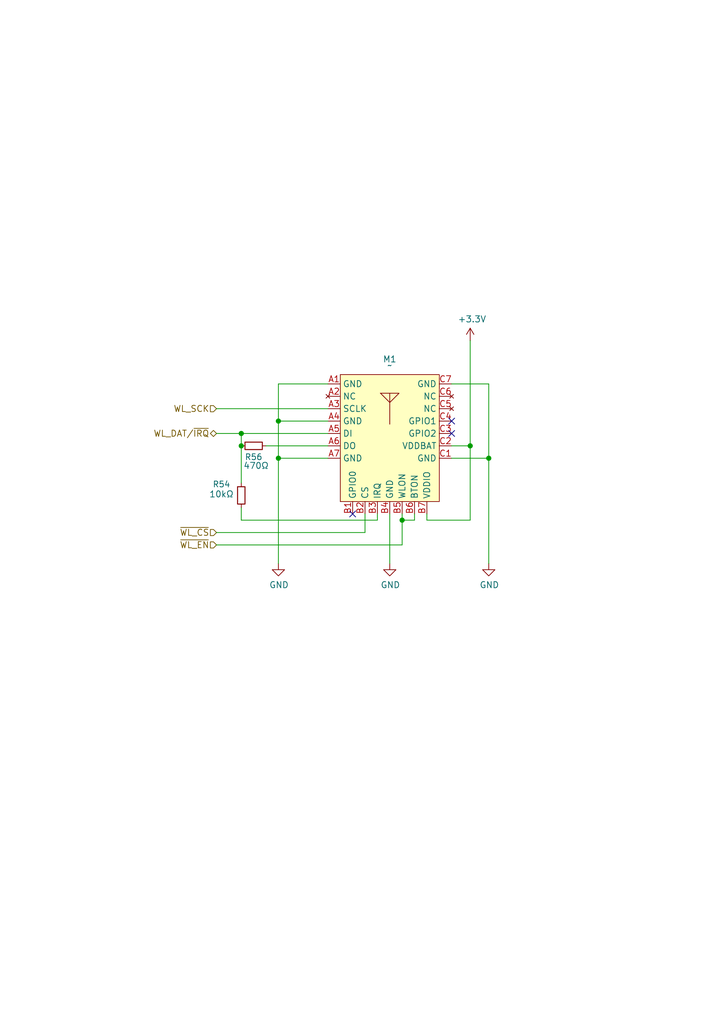
<source format=kicad_sch>
(kicad_sch (version 20250114) (generator "eeschema") (generator_version "9.0")
  (paper "A5" portrait)
  (title_block (date "2026-02-01") (rev "2.0") (comment 1 "Drawn by George R. M."))
  (lib_symbols
    (symbol "Device:R_Small" (pin_numbers (hide yes)) (pin_names (offset 0.254) (hide yes))
      (property "Reference" "R" (at 0 0 90))
      (property "Value" "R_Small" (at 1.778 0 90))
      (symbol "R_Small_0_1"
        (rectangle (start -0.762 1.778) (end 0.762 -1.778) (stroke (width 0.2032)))
      )
      (symbol "R_Small_1_1"
        (pin passive line (at 0 2.54 270) (length 0.762) (name "~") (number "1"))
        (pin passive line (at 0 -2.54 90) (length 0.762) (name "~") (number "2"))
      )
    )
    (symbol "GBSCSI:RPi_RM2"
      (property "Reference" "M" (at 0 22.86 0))
      (property "Value" "~" (at 0 21.59 0))
      (symbol "RPi_RM2_0_0"
        (pin power_in line (at -12.7 17.78 0) (length 2.54) (name "GND") (number "A1"))
        (pin no_connect line (at -12.7 15.24 0) (length 2.54) (name "NC") (number "A2"))
        (pin input line (at -12.7 12.7 0) (length 2.54) (name "SCLK") (number "A3"))
        (pin power_in line (at -12.7 10.16 0) (length 2.54) (name "GND") (number "A4"))
        (pin input line (at -12.7 7.62 0) (length 2.54) (name "DI") (number "A5"))
        (pin output line (at -12.7 5.08 0) (length 2.54) (name "DO") (number "A6"))
        (pin power_in line (at -12.7 2.54 0) (length 2.54) (name "GND") (number "A7"))
        (pin bidirectional line (at -7.62 -8.89 90) (length 2.54) (name "GPIO0") (number "B1"))
        (pin input line (at -5.08 -8.89 90) (length 2.54) (name "CS") (number "B2"))
        (pin output line (at -2.54 -8.89 90) (length 2.54) (name "IRQ") (number "B3"))
        (pin power_in line (at 0 -8.89 90) (length 2.54) (name "GND") (number "B4"))
        (pin input line (at 2.54 -8.89 90) (length 2.54) (name "WLON") (number "B5"))
        (pin input line (at 5.08 -8.89 90) (length 2.54) (name "BTON") (number "B6"))
        (pin power_in line (at 7.62 -8.89 90) (length 2.54) (name "VDDIO") (number "B7"))
        (pin power_in line (at 12.7 17.78 180) (length 2.54) (name "GND") (number "C7"))
        (pin no_connect line (at 12.7 15.24 180) (length 2.54) (name "NC") (number "C6"))
        (pin no_connect line (at 12.7 12.7 180) (length 2.54) (name "NC") (number "C5"))
        (pin bidirectional line (at 12.7 10.16 180) (length 2.54) (name "GPIO1") (number "C4"))
        (pin bidirectional line (at 12.7 7.62 180) (length 2.54) (name "GPIO2") (number "C3"))
        (pin power_in line (at 12.7 5.08 180) (length 2.54) (name "VDDBAT") (number "C2"))
        (pin power_in line (at 12.7 2.54 180) (length 2.54) (name "GND") (number "C1"))
      )
      (symbol "RPi_RM2_1_1"
        (rectangle (start -10.16 19.685) (end 10.16 -6.35) (fill (type background)))
        (polyline (pts (xy -1.905 15.875) (xy 1.905 15.875) (xy 0 13.97) (xy -1.905 15.875)))
        (polyline (pts (xy 0 9.525) (xy 0 15.875)))
      )
    )
    (symbol "power:+3V3" (power) (pin_numbers (hide yes)) (pin_names (offset 0) (hide yes))
      (property "Value" "+3V3" (at 0 3.556 0))
      (symbol "+3V3_0_1"
        (polyline (pts (xy -0.762 1.27) (xy 0 2.54)))
        (polyline (pts (xy 0 2.54) (xy 0.762 1.27)))
        (polyline (pts (xy 0 0) (xy 0 2.54)))
      )
      (symbol "+3V3_1_1"
        (pin power_in line (at 0 0 90) (length 0) (name "~") (number "1"))
      )
    )
    (symbol "power:GND" (power) (pin_numbers (hide yes)) (pin_names (offset 0) (hide yes))
      (property "Value" "GND" (at 0 -3.81 0))
      (symbol "GND_0_1"
        (polyline (pts (xy 0 0) (xy 0 -1.27) (xy 1.27 -1.27) (xy 0 -2.54) (xy -1.27 -1.27) (xy 0 -1.27)))
      )
      (symbol "GND_1_1"
        (pin power_in line (at 0 0 270) (length 0) (name "~") (number "1"))
      )
    )
  )
  (junction (at 57.15 93.98))
  (junction (at 57.15 86.36))
  (junction (at 49.53 91.44))
  (junction (at 100.33 93.98))
  (junction (at 49.53 88.9))
  (junction (at 96.52 91.44))
  (junction (at 82.55 106.68))
  (no_connect (at 72.39 105.41))
  (no_connect (at 92.71 86.36))
  (no_connect (at 92.71 88.9))
  (wire (pts (xy 92.71 93.98) (xy 100.33 93.98)))
  (wire (pts (xy 92.71 91.44) (xy 96.52 91.44)))
  (wire (pts (xy 57.15 78.74) (xy 67.31 78.74)))
  (wire (pts (xy 57.15 93.98) (xy 67.31 93.98)))
  (wire (pts (xy 49.53 106.68) (xy 77.47 106.68)))
  (wire (pts (xy 57.15 78.74) (xy 57.15 86.36)))
  (wire (pts (xy 54.61 91.44) (xy 67.31 91.44)))
  (wire (pts (xy 57.15 86.36) (xy 67.31 86.36)))
  (wire (pts (xy 100.33 78.74) (xy 100.33 93.98)))
  (wire (pts (xy 96.52 69.85) (xy 96.52 91.44)))
  (wire (pts (xy 74.93 105.41) (xy 74.93 109.22)))
  (wire (pts (xy 82.55 105.41) (xy 82.55 106.68)))
  (wire (pts (xy 80.01 105.41) (xy 80.01 115.57)))
  (wire (pts (xy 44.45 109.22) (xy 74.93 109.22)))
  (wire (pts (xy 96.52 91.44) (xy 96.52 106.68)))
  (wire (pts (xy 87.63 105.41) (xy 87.63 106.68)))
  (wire (pts (xy 49.53 88.9) (xy 49.53 91.44)))
  (wire (pts (xy 82.55 106.68) (xy 82.55 111.76)))
  (wire (pts (xy 49.53 91.44) (xy 49.53 99.06)))
  (wire (pts (xy 87.63 106.68) (xy 96.52 106.68)))
  (wire (pts (xy 77.47 106.68) (xy 77.47 105.41)))
  (wire (pts (xy 85.09 105.41) (xy 85.09 106.68)))
  (wire (pts (xy 44.45 83.82) (xy 67.31 83.82)))
  (wire (pts (xy 92.71 78.74) (xy 100.33 78.74)))
  (wire (pts (xy 49.53 104.14) (xy 49.53 106.68)))
  (wire (pts (xy 44.45 111.76) (xy 82.55 111.76)))
  (wire (pts (xy 44.45 88.9) (xy 49.53 88.9)))
  (wire (pts (xy 57.15 86.36) (xy 57.15 93.98)))
  (wire (pts (xy 49.53 88.9) (xy 67.31 88.9)))
  (wire (pts (xy 82.55 106.68) (xy 85.09 106.68)))
  (wire (pts (xy 100.33 93.98) (xy 100.33 115.57)))
  (wire (pts (xy 57.15 93.98) (xy 57.15 115.57)))
  (hierarchical_label "~{WL_EN}" (shape input) (at 44.45 111.76 180))
  (hierarchical_label "~{WL_CS}" (shape input) (at 44.45 109.22 180))
  (hierarchical_label "WL_DAT{slash}~{IRQ}" (shape bidirectional) (at 44.45 88.9 180))
  (hierarchical_label "WL_SCK" (shape input) (at 44.45 83.82 180))
  (symbol (lib_id "power:GND") (at 57.15 115.57 0) (unit 1)
    (property "Reference" "#PWR0107" (effects (hide yes)))
    (property "Value" "GND" (at 57.277 119.9642 0))
  )
  (symbol (lib_id "power:+3V3") (at 96.52 69.85 0) (unit 1)
    (property "Reference" "#PWR0109" (effects (hide yes)))
    (property "Value" "+3.3V" (at 96.901 65.4558 0))
  )
  (symbol (lib_id "Device:R_Small") (at 52.07 91.44 270) (mirror x) (unit 1)
    (property "Reference" "R56" (at 52.07 93.726 90) (effects (font (size 1.2 1.2))))
    (property "Value" "470Ω" (at 52.578 95.504 90))
    (property "Footprint" "Resistor_SMD:R_0402_1005Metric" (effects (hide yes)))
    (property "Case/Package" "0402" (effects (hide yes)))
    (property "Dimensions" "1.0x0.5mm" (effects (hide yes)))
  )
  (symbol (lib_id "Device:R_Small") (at 49.53 101.6 0) (mirror x) (unit 1)
    (property "Reference" "R54" (at 45.466 99.314 0) (effects (font (size 1.2 1.2))))
    (property "Value" "10kΩ" (at 45.466 101.346 0))
    (property "Footprint" "Resistor_SMD:R_0402_1005Metric" (effects (hide yes)))
    (property "LCSC" "C25744" (effects (hide yes)))
    (property "Preferred MPN" "0402WGF1002TCE" (effects (hide yes)))
    (property "Alternate Part Number" "RC0402JR-0710KL" (effects (hide yes)))
    (property "Case/Package" "0402" (effects (hide yes)))
    (property "Dimensions" "1.0x0.5mm" (effects (hide yes)))
  )
  (symbol (lib_id "power:GND") (at 100.33 115.57 0) (unit 1)
    (property "Reference" "#PWR0111" (effects (hide yes)))
    (property "Value" "GND" (at 100.457 119.9642 0))
  )
  (symbol (lib_id "GBSCSI:RPi_RM2") (at 80.01 96.52 0) (unit 1)
    (property "Reference" "M1" (at 80.01 73.66 0))
    (property "Value" "~" (at 80.01 74.93 0))
    (property "Footprint" "GBSCSI:RPi_RM2" (effects (hide yes)))
    (property "LCSC" "N/A" (effects (hide yes)))
    (property "LCSC Part #" "N/A" (effects (hide yes)))
  )
  (symbol (lib_id "power:GND") (at 80.01 115.57 0) (unit 1)
    (property "Reference" "#PWR0108" (effects (hide yes)))
    (property "Value" "GND" (at 80.137 119.9642 0))
  )
)
</source>
